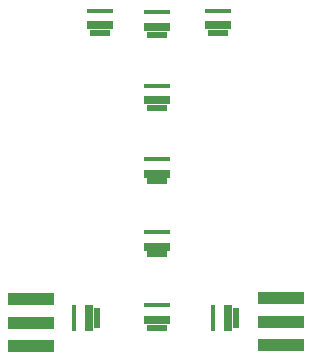
<source format=gts>
G04 #@! TF.FileFunction,Soldermask,Top*
%FSLAX46Y46*%
G04 Gerber Fmt 4.6, Leading zero omitted, Abs format (unit mm)*
G04 Created by KiCad (PCBNEW 4.0.0-rc2-stable) date 3/3/2016 3:44:55 PM*
%MOMM*%
G01*
G04 APERTURE LIST*
%ADD10C,0.150000*%
%ADD11R,1.800000X0.500000*%
%ADD12R,2.300000X0.320000*%
%ADD13R,2.300000X0.800000*%
%ADD14R,0.500000X1.800000*%
%ADD15R,0.320000X2.300000*%
%ADD16R,0.800000X2.300000*%
%ADD17R,4.000000X1.000000*%
%ADD18C,0.600000*%
G04 APERTURE END LIST*
D10*
D11*
X54840633Y-23675793D03*
D12*
X54840633Y-21775793D03*
D13*
X54840633Y-23025793D03*
D11*
X64888480Y-23675793D03*
D12*
X64888480Y-21775793D03*
D13*
X64888480Y-23025793D03*
D14*
X66350584Y-47815506D03*
D15*
X64450584Y-47815506D03*
D16*
X65700584Y-47815506D03*
D14*
X54599980Y-47815506D03*
D15*
X52699980Y-47815506D03*
D16*
X53949980Y-47815506D03*
D11*
X59687828Y-23825673D03*
D12*
X59687828Y-21925673D03*
D13*
X59687828Y-23175673D03*
D11*
X59687828Y-30019177D03*
D12*
X59687828Y-28119177D03*
D13*
X59687828Y-29369177D03*
D11*
X59687828Y-36212680D03*
D12*
X59687828Y-34312680D03*
D13*
X59687828Y-35562680D03*
D11*
X59687828Y-42406187D03*
D12*
X59687828Y-40506187D03*
D13*
X59687828Y-41756187D03*
D11*
X59687828Y-48599688D03*
D12*
X59687828Y-46699688D03*
D13*
X59687828Y-47949688D03*
D17*
X70182240Y-50103065D03*
X70182240Y-48103065D03*
X70182240Y-46103065D03*
D18*
X69182240Y-50103065D03*
X69182240Y-48103065D03*
X69182240Y-46103065D03*
D17*
X49034782Y-46206337D03*
X49034782Y-48206337D03*
X49034782Y-50206337D03*
D18*
X50034782Y-46206337D03*
X50034782Y-48206337D03*
X50034782Y-50206337D03*
M02*

</source>
